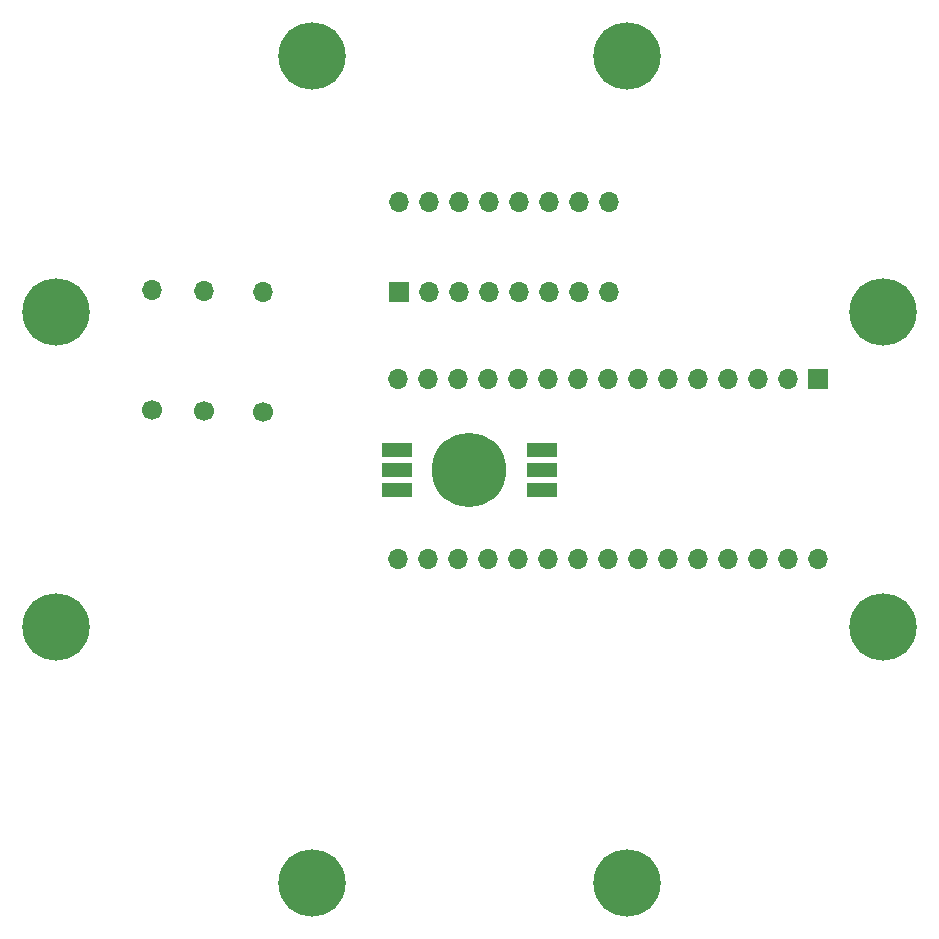
<source format=gbr>
%TF.GenerationSoftware,KiCad,Pcbnew,(5.1.6)-1*%
%TF.CreationDate,2020-07-19T23:04:14+02:00*%
%TF.ProjectId,bedlight-nucleo,6265646c-6967-4687-942d-6e75636c656f,rev?*%
%TF.SameCoordinates,Original*%
%TF.FileFunction,Soldermask,Bot*%
%TF.FilePolarity,Negative*%
%FSLAX46Y46*%
G04 Gerber Fmt 4.6, Leading zero omitted, Abs format (unit mm)*
G04 Created by KiCad (PCBNEW (5.1.6)-1) date 2020-07-19 23:04:14*
%MOMM*%
%LPD*%
G01*
G04 APERTURE LIST*
%ADD10C,5.700000*%
%ADD11O,1.700000X1.700000*%
%ADD12R,1.700000X1.700000*%
%ADD13C,1.700000*%
%ADD14C,6.300000*%
%ADD15R,2.650000X1.300000*%
G04 APERTURE END LIST*
D10*
%TO.C,H8*%
X177333333Y-147333334D03*
%TD*%
%TO.C,H7*%
X199000000Y-99000000D03*
%TD*%
%TO.C,H6*%
X150666666Y-147333334D03*
%TD*%
%TO.C,H5*%
X199000000Y-125666667D03*
%TD*%
%TO.C,H4*%
X129000000Y-125666667D03*
%TD*%
%TO.C,H3*%
X150666666Y-77333334D03*
%TD*%
%TO.C,H2*%
X129000000Y-99000000D03*
%TD*%
%TO.C,H1*%
X177333333Y-77333334D03*
%TD*%
D11*
%TO.C,U1*%
X157988000Y-119888000D03*
X157988000Y-104648000D03*
X193548000Y-119888000D03*
X160528000Y-104648000D03*
X191008000Y-119888000D03*
X163068000Y-104648000D03*
X188468000Y-119888000D03*
X165608000Y-104648000D03*
X185928000Y-119888000D03*
X168148000Y-104648000D03*
X183388000Y-119888000D03*
X170688000Y-104648000D03*
X180848000Y-119888000D03*
X173228000Y-104648000D03*
X178308000Y-119888000D03*
X175768000Y-104648000D03*
X175768000Y-119888000D03*
X178308000Y-104648000D03*
X173228000Y-119888000D03*
X180848000Y-104648000D03*
X170688000Y-119888000D03*
X183388000Y-104648000D03*
X168148000Y-119888000D03*
X185928000Y-104648000D03*
X165608000Y-119888000D03*
X188468000Y-104648000D03*
X163068000Y-119888000D03*
X191008000Y-104648000D03*
X160528000Y-119888000D03*
D12*
X193548000Y-104648000D03*
%TD*%
D11*
%TO.C,U2*%
X158000000Y-89713334D03*
X175780000Y-97333334D03*
X160540000Y-89713334D03*
X173240000Y-97333334D03*
X163080000Y-89713334D03*
X170700000Y-97333334D03*
X165620000Y-89713334D03*
X168160000Y-97333334D03*
X168160000Y-89713334D03*
X165620000Y-97333334D03*
X170700000Y-89713334D03*
X163080000Y-97333334D03*
X173240000Y-89713334D03*
X160540000Y-97333334D03*
X175780000Y-89713334D03*
D12*
X158000000Y-97333334D03*
%TD*%
D11*
%TO.C,R3*%
X146526000Y-97272334D03*
D13*
X146526000Y-107432334D03*
%TD*%
D11*
%TO.C,R2*%
X141494000Y-97173334D03*
D13*
X141494000Y-107333334D03*
%TD*%
D11*
%TO.C,R1*%
X137128000Y-97145334D03*
D13*
X137128000Y-107305334D03*
%TD*%
D14*
%TO.C,D1*%
X164000000Y-112333334D03*
D15*
X157875000Y-110633334D03*
X170125000Y-110633334D03*
X157875000Y-112333334D03*
X170125000Y-112333334D03*
X157875000Y-114033334D03*
X170125000Y-114033334D03*
%TD*%
M02*

</source>
